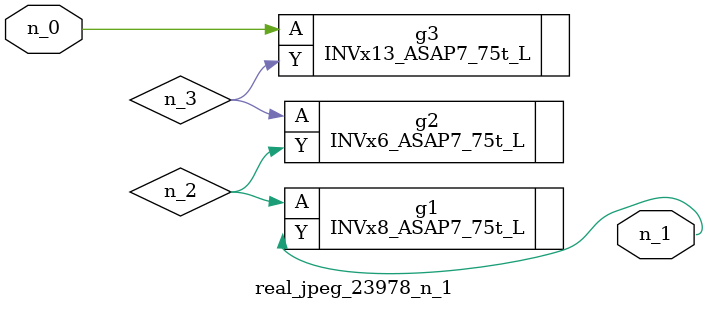
<source format=v>
module real_jpeg_23978_n_1 (n_0, n_1);

input n_0;

output n_1;

wire n_3;
wire n_2;

INVx13_ASAP7_75t_L g3 ( 
.A(n_0),
.Y(n_3)
);

INVx8_ASAP7_75t_L g1 ( 
.A(n_2),
.Y(n_1)
);

INVx6_ASAP7_75t_L g2 ( 
.A(n_3),
.Y(n_2)
);


endmodule
</source>
